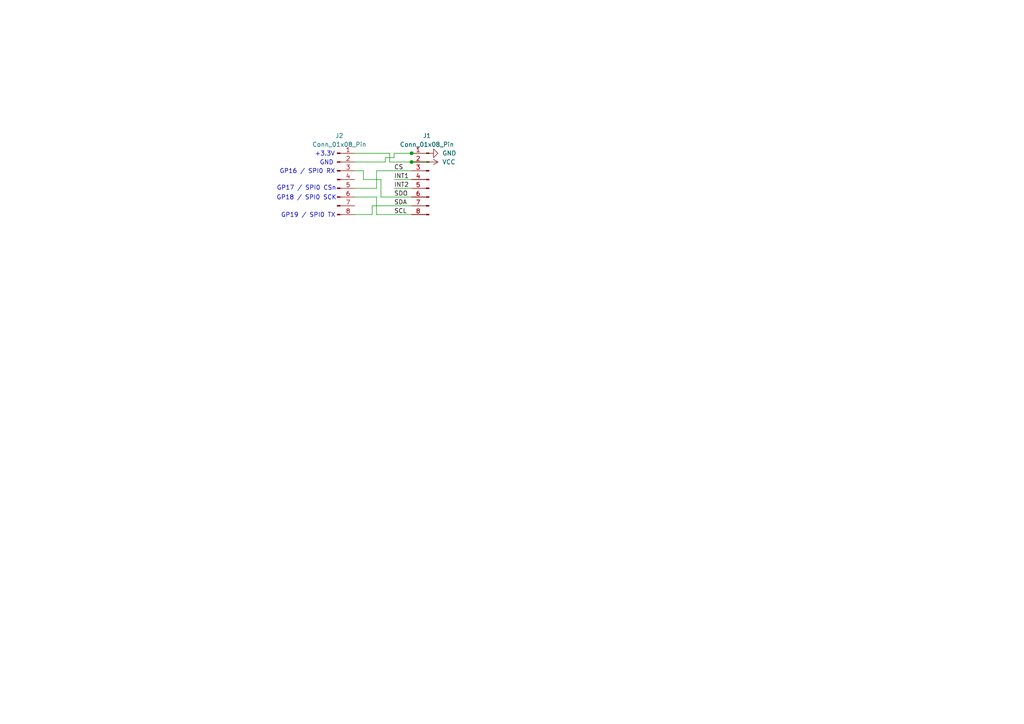
<source format=kicad_sch>
(kicad_sch (version 20250114) (generator "eeschema") (generator_version "9.0")
  (paper "A4")
  (lib_symbols
    (symbol "Connector:Conn_01x08_Pin" (pin_names (offset 1.016) (hide yes))
      (property "Reference" "J" (at 0 10.16 0))
      (property "Value" "Conn_01x08_Pin" (at 0 -12.7 0))
      (symbol "Conn_01x08_Pin_1_1"
        (rectangle (start 0.8636 7.747) (end 0 7.493) (stroke (width 0.1524)) (fill (type outline)))
        (rectangle (start 0.8636 5.207) (end 0 4.953) (stroke (width 0.1524)) (fill (type outline)))
        (rectangle (start 0.8636 2.667) (end 0 2.413) (stroke (width 0.1524)) (fill (type outline)))
        (rectangle (start 0.8636 0.127) (end 0 -0.127) (stroke (width 0.1524)) (fill (type outline)))
        (rectangle (start 0.8636 -2.413) (end 0 -2.667) (stroke (width 0.1524)) (fill (type outline)))
        (rectangle (start 0.8636 -4.953) (end 0 -5.207) (stroke (width 0.1524)) (fill (type outline)))
        (rectangle (start 0.8636 -7.493) (end 0 -7.747) (stroke (width 0.1524)) (fill (type outline)))
        (rectangle (start 0.8636 -10.033) (end 0 -10.287) (stroke (width 0.1524)) (fill (type outline)))
        (polyline (pts (xy 1.27 7.62) (xy 0.8636 7.62)) (stroke (width 0.1524)))
        (polyline (pts (xy 1.27 5.08) (xy 0.8636 5.08)) (stroke (width 0.1524)))
        (polyline (pts (xy 1.27 2.54) (xy 0.8636 2.54)) (stroke (width 0.1524)))
        (polyline (pts (xy 1.27 0) (xy 0.8636 0)) (stroke (width 0.1524)))
        (polyline (pts (xy 1.27 -2.54) (xy 0.8636 -2.54)) (stroke (width 0.1524)))
        (polyline (pts (xy 1.27 -5.08) (xy 0.8636 -5.08)) (stroke (width 0.1524)))
        (polyline (pts (xy 1.27 -7.62) (xy 0.8636 -7.62)) (stroke (width 0.1524)))
        (polyline (pts (xy 1.27 -10.16) (xy 0.8636 -10.16)) (stroke (width 0.1524)))
        (pin passive line (at 5.08 7.62 180) (length 3.81) (name "Pin_1") (number "1"))
        (pin passive line (at 5.08 5.08 180) (length 3.81) (name "Pin_2") (number "2"))
        (pin passive line (at 5.08 2.54 180) (length 3.81) (name "Pin_3") (number "3"))
        (pin passive line (at 5.08 0 180) (length 3.81) (name "Pin_4") (number "4"))
        (pin passive line (at 5.08 -2.54 180) (length 3.81) (name "Pin_5") (number "5"))
        (pin passive line (at 5.08 -5.08 180) (length 3.81) (name "Pin_6") (number "6"))
        (pin passive line (at 5.08 -7.62 180) (length 3.81) (name "Pin_7") (number "7"))
        (pin passive line (at 5.08 -10.16 180) (length 3.81) (name "Pin_8") (number "8"))
      )
    )
    (symbol "power:GND" (power) (pin_numbers (hide yes)) (pin_names (offset 0) (hide yes))
      (property "Value" "GND" (at 0 -3.81 0))
      (symbol "GND_0_1"
        (polyline (pts (xy 0 0) (xy 0 -1.27) (xy 1.27 -1.27) (xy 0 -2.54) (xy -1.27 -1.27) (xy 0 -1.27)))
      )
      (symbol "GND_1_1"
        (pin power_in line (at 0 0 270) (length 0) (name "~") (number "1"))
      )
    )
    (symbol "power:VCC" (power) (pin_numbers (hide yes)) (pin_names (offset 0) (hide yes))
      (property "Value" "VCC" (at 0 3.556 0))
      (symbol "VCC_0_1"
        (polyline (pts (xy -0.762 1.27) (xy 0 2.54)))
        (polyline (pts (xy 0 2.54) (xy 0.762 1.27)))
        (polyline (pts (xy 0 0) (xy 0 2.54)))
      )
      (symbol "VCC_1_1"
        (pin power_in line (at 0 0 90) (length 0) (name "~") (number "1"))
      )
    )
  )
  (text "GP17 / SPI0 CSn" (at 88.9 54.61 0) (effects (font (size 1.27 1.27))))
  (text "GP19 / SPI0 TX" (at 89.408 62.484 0) (effects (font (size 1.27 1.27))))
  (text "GP16 / SPI0 RX" (at 89.154 49.784 0) (effects (font (size 1.27 1.27))))
  (text "GND" (at 94.742 47.244 0) (effects (font (size 1.27 1.27))))
  (text "GP18 / SPI0 SCK" (at 88.9 57.404 0) (effects (font (size 1.27 1.27))))
  (text "+3.3V" (at 94.234 44.704 0) (effects (font (size 1.27 1.27))))
  (junction (at 119.38 44.45))
  (junction (at 119.38 46.99))
  (wire (pts (xy 102.87 57.15) (xy 109.22 57.15)))
  (wire (pts (xy 102.87 54.61) (xy 109.22 54.61)))
  (wire (pts (xy 102.87 49.53) (xy 105.41 49.53)))
  (wire (pts (xy 109.22 54.61) (xy 109.22 49.53)))
  (wire (pts (xy 114.3 44.45) (xy 119.38 44.45)))
  (wire (pts (xy 113.03 46.99) (xy 119.38 46.99)))
  (wire (pts (xy 107.95 59.69) (xy 119.38 59.69)))
  (wire (pts (xy 102.87 62.23) (xy 107.95 62.23)))
  (wire (pts (xy 105.41 52.07) (xy 110.49 52.07)))
  (wire (pts (xy 113.03 44.45) (xy 113.03 46.99)))
  (wire (pts (xy 114.3 45.72) (xy 114.3 44.45)))
  (wire (pts (xy 109.22 57.15) (xy 109.22 62.23)))
  (wire (pts (xy 109.22 62.23) (xy 119.38 62.23)))
  (wire (pts (xy 110.49 57.15) (xy 119.38 57.15)))
  (wire (pts (xy 107.95 62.23) (xy 107.95 59.69)))
  (wire (pts (xy 114.3 52.07) (xy 119.38 52.07)))
  (wire (pts (xy 124.46 46.99) (xy 119.38 46.99)))
  (wire (pts (xy 102.87 44.45) (xy 113.03 44.45)))
  (wire (pts (xy 111.76 46.99) (xy 111.76 45.72)))
  (wire (pts (xy 105.41 49.53) (xy 105.41 52.07)))
  (wire (pts (xy 109.22 49.53) (xy 119.38 49.53)))
  (wire (pts (xy 111.76 45.72) (xy 114.3 45.72)))
  (wire (pts (xy 110.49 52.07) (xy 110.49 57.15)))
  (wire (pts (xy 124.46 44.45) (xy 119.38 44.45)))
  (wire (pts (xy 114.3 54.61) (xy 119.38 54.61)))
  (wire (pts (xy 102.87 46.99) (xy 111.76 46.99)))
  (label "CS" (at 114.3 49.53 0))
  (label "INT2" (at 114.3 54.61 0))
  (label "SDO" (at 114.3 57.15 0))
  (label "SCL" (at 114.3 62.23 0))
  (label "INT1" (at 114.3 52.07 0))
  (label "SDA" (at 114.3 59.69 0))
  (symbol (lib_id "Connector:Conn_01x08_Pin") (at 97.79 52.07 0) (unit 1)
    (property "Reference" "J2" (at 98.425 39.37 0))
    (property "Value" "Conn_01x08_Pin" (at 98.425 41.91 0))
    (property "Footprint" "Connector_JST:JST_PH_S8B-PH-K_1x08_P2.00mm_Horizontal" (effects (hide yes)))
    (property "Description" "Generic connector, single row, 01x08, script generated" (effects (hide yes)))
  )
  (symbol (lib_id "Connector:Conn_01x08_Pin") (at 124.46 52.07 0) (mirror y) (unit 1)
    (property "Reference" "J1" (at 123.825 39.37 0))
    (property "Value" "Conn_01x08_Pin" (at 123.825 41.91 0))
    (property "Footprint" "Connector_PinSocket_2.54mm:PinSocket_1x08_P2.54mm_Vertical" (effects (hide yes)))
    (property "Description" "Generic connector, single row, 01x08, script generated" (effects (hide yes)))
  )
  (symbol (lib_id "power:GND") (at 124.46 44.45 90) (unit 1)
    (property "Reference" "#PWR02" (effects (hide yes)))
    (property "Value" "GND" (at 128.27 44.4499 90) (effects (justify right)))
    (property "Description" "Power symbol creates a global label with name \"GND\" , ground" (effects (hide yes)))
  )
  (symbol (lib_id "power:VCC") (at 124.46 46.99 270) (unit 1)
    (property "Reference" "#PWR03" (effects (hide yes)))
    (property "Value" "VCC" (at 128.27 46.9899 90) (effects (justify left)))
    (property "Description" "Power symbol creates a global label with name \"VCC\"" (effects (hide yes)))
  )
)
</source>
